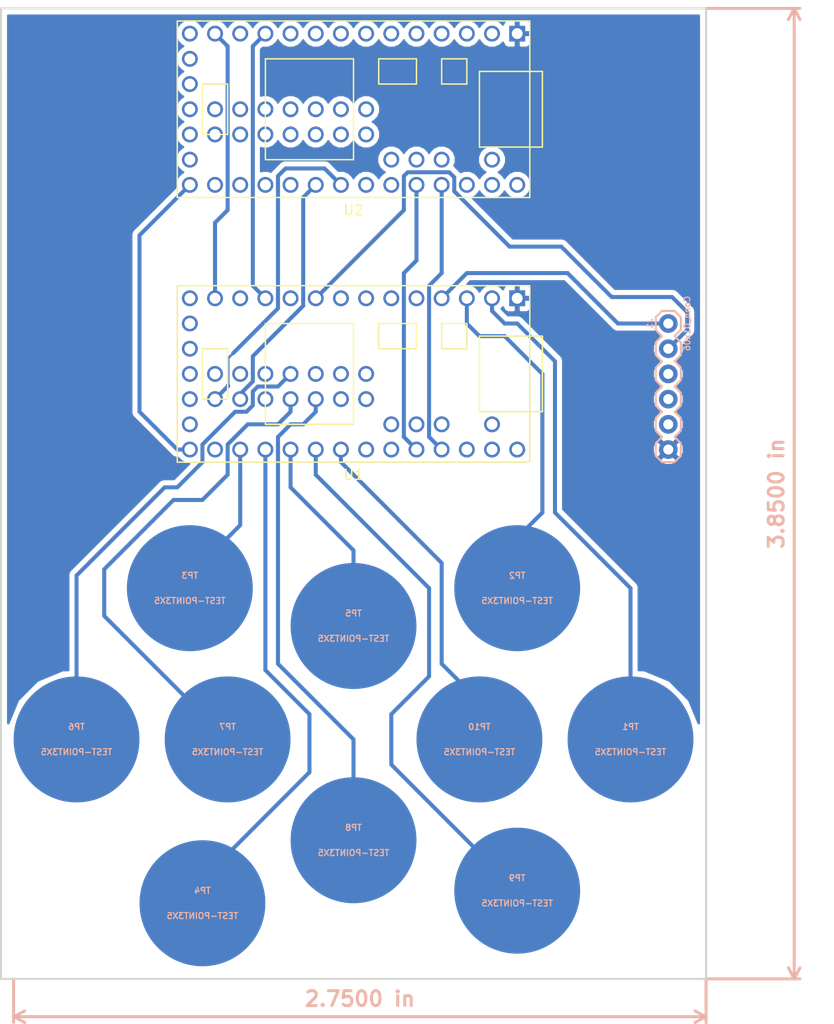
<source format=kicad_pcb>
(kicad_pcb (version 20171130) (host pcbnew "(5.0.0-3-g5ebb6b6)")

  (general
    (thickness 1.6)
    (drawings 10)
    (tracks 120)
    (zones 0)
    (modules 13)
    (nets 24)
  )

  (page A4)
  (layers
    (0 F.Cu signal)
    (31 B.Cu signal)
    (32 B.Adhes user)
    (33 F.Adhes user)
    (34 B.Paste user)
    (35 F.Paste user)
    (36 B.SilkS user)
    (37 F.SilkS user)
    (38 B.Mask user)
    (39 F.Mask user)
    (40 Dwgs.User user)
    (41 Cmts.User user)
    (42 Eco1.User user)
    (43 Eco2.User user)
    (44 Edge.Cuts user)
    (45 Margin user)
    (46 B.CrtYd user)
    (47 F.CrtYd user)
    (48 B.Fab user)
    (49 F.Fab user)
  )

  (setup
    (last_trace_width 0.25)
    (user_trace_width 0.406)
    (user_trace_width 0.508)
    (user_trace_width 0.635)
    (trace_clearance 0.2)
    (zone_clearance 0.508)
    (zone_45_only no)
    (trace_min 0.2)
    (segment_width 0.2)
    (edge_width 0.15)
    (via_size 0.8)
    (via_drill 0.4)
    (via_min_size 0.4)
    (via_min_drill 0.3)
    (uvia_size 0.3)
    (uvia_drill 0.1)
    (uvias_allowed no)
    (uvia_min_size 0.2)
    (uvia_min_drill 0.1)
    (pcb_text_width 0.3)
    (pcb_text_size 1.5 1.5)
    (mod_edge_width 0.15)
    (mod_text_size 1 1)
    (mod_text_width 0.15)
    (pad_size 12.7 12.7)
    (pad_drill 0)
    (pad_to_mask_clearance 0.2)
    (aux_axis_origin 0 0)
    (visible_elements FFFFFF7F)
    (pcbplotparams
      (layerselection 0x01000_ffffffff)
      (usegerberextensions false)
      (usegerberattributes false)
      (usegerberadvancedattributes false)
      (creategerberjobfile false)
      (excludeedgelayer true)
      (linewidth 0.100000)
      (plotframeref false)
      (viasonmask false)
      (mode 1)
      (useauxorigin false)
      (hpglpennumber 1)
      (hpglpenspeed 20)
      (hpglpendiameter 15.000000)
      (psnegative false)
      (psa4output false)
      (plotreference false)
      (plotvalue false)
      (plotinvisibletext false)
      (padsonsilk true)
      (subtractmaskfromsilk false)
      (outputformat 1)
      (mirror false)
      (drillshape 0)
      (scaleselection 1)
      (outputdirectory "GEBRS_MILLABLE/"))
  )

  (net 0 "")
  (net 1 OLED_RST)
  (net 2 OLED_MOSI)
  (net 3 OLED_SCK)
  (net 4 OLED_CS)
  (net 5 OLED_DC)
  (net 6 GND)
  (net 7 TOUCH_0)
  (net 8 TOUCH_1)
  (net 9 TOUCH_2)
  (net 10 TOUCH_3)
  (net 11 TOUCH_4)
  (net 12 TOUCH_5)
  (net 13 TOUCH_6)
  (net 14 TOUCH_7)
  (net 15 TOUCH_8)
  (net 16 TOUCH_9)
  (net 17 AUDIO_DOUT)
  (net 18 AUDIO_DIN)
  (net 19 AUDIO_LRCLK)
  (net 20 AUDIO_MCLK)
  (net 21 AUDIO_BCLK)
  (net 22 SCL1)
  (net 23 SDA1)

  (net_class Default "This is the default net class."
    (clearance 0.2)
    (trace_width 0.25)
    (via_dia 0.8)
    (via_drill 0.4)
    (uvia_dia 0.3)
    (uvia_drill 0.1)
    (add_net AUDIO_BCLK)
    (add_net AUDIO_DIN)
    (add_net AUDIO_DOUT)
    (add_net AUDIO_LRCLK)
    (add_net AUDIO_MCLK)
    (add_net GND)
    (add_net OLED_CS)
    (add_net OLED_DC)
    (add_net OLED_MOSI)
    (add_net OLED_RST)
    (add_net OLED_SCK)
    (add_net SCL1)
    (add_net SDA1)
    (add_net TOUCH_0)
    (add_net TOUCH_1)
    (add_net TOUCH_2)
    (add_net TOUCH_3)
    (add_net TOUCH_4)
    (add_net TOUCH_5)
    (add_net TOUCH_6)
    (add_net TOUCH_7)
    (add_net TOUCH_8)
    (add_net TOUCH_9)
  )

  (module Connectors:PAD.LARGE (layer B.Cu) (tedit 5BA54960) (tstamp 5BA55A19)
    (at 180.34 123.19 180)
    (descr "ELECTRICALLY CONDUCTIVE PAD 0.05\" CIRCLE")
    (tags "ELECTRICALLY CONDUCTIVE PAD 0.05\" CIRCLE")
    (path /5BAA22BE)
    (attr smd)
    (fp_text reference TP8 (at 0 1.27 180) (layer B.SilkS)
      (effects (font (size 0.6096 0.6096) (thickness 0.127)) (justify mirror))
    )
    (fp_text value TEST-POINT3X5 (at 0 -1.27 180) (layer B.SilkS)
      (effects (font (size 0.6096 0.6096) (thickness 0.127)) (justify mirror))
    )
    (pad P$1 smd circle (at 0 0 180) (size 12.7 12.7) (layers B.Cu B.Paste B.Mask)
      (net 14 TOUCH_7) (solder_mask_margin 0.1016))
  )

  (module Connectors:PAD.LARGE (layer B.Cu) (tedit 5BA54960) (tstamp 5BA5595C)
    (at 196.85 97.79 180)
    (descr "ELECTRICALLY CONDUCTIVE PAD 0.05\" CIRCLE")
    (tags "ELECTRICALLY CONDUCTIVE PAD 0.05\" CIRCLE")
    (path /5BAA21C2)
    (attr smd)
    (fp_text reference TP2 (at 0 1.27 180) (layer B.SilkS)
      (effects (font (size 0.6096 0.6096) (thickness 0.127)) (justify mirror))
    )
    (fp_text value TEST-POINT3X5 (at 0 -1.27 180) (layer B.SilkS)
      (effects (font (size 0.6096 0.6096) (thickness 0.127)) (justify mirror))
    )
    (pad P$1 smd circle (at 0 0 180) (size 12.7 12.7) (layers B.Cu B.Paste B.Mask)
      (net 8 TOUCH_1) (solder_mask_margin 0.1016))
  )

  (module Connectors:1X06 (layer B.Cu) (tedit 5963D43D) (tstamp 5BA5599F)
    (at 212.09 71.12 270)
    (descr "PLATED THROUGH HOLE - 6 PIN")
    (tags "PLATED THROUGH HOLE - 6 PIN")
    (path /5BA74BB7)
    (attr virtual)
    (fp_text reference J1 (at 0 1.905 270) (layer B.SilkS)
      (effects (font (size 0.6096 0.6096) (thickness 0.127)) (justify mirror))
    )
    (fp_text value Conn_01x06 (at 0 -1.905 270) (layer B.SilkS)
      (effects (font (size 0.6096 0.6096) (thickness 0.127)) (justify mirror))
    )
    (fp_line (start 13.97 0.635) (end 13.97 -0.635) (layer B.SilkS) (width 0.2032))
    (fp_line (start 0.635 -1.27) (end -0.635 -1.27) (layer B.SilkS) (width 0.2032))
    (fp_line (start -1.27 -0.635) (end -0.635 -1.27) (layer B.SilkS) (width 0.2032))
    (fp_line (start -0.635 1.27) (end -1.27 0.635) (layer B.SilkS) (width 0.2032))
    (fp_line (start -1.27 0.635) (end -1.27 -0.635) (layer B.SilkS) (width 0.2032))
    (fp_line (start 1.905 -1.27) (end 1.27 -0.635) (layer B.SilkS) (width 0.2032))
    (fp_line (start 3.175 -1.27) (end 1.905 -1.27) (layer B.SilkS) (width 0.2032))
    (fp_line (start 3.81 -0.635) (end 3.175 -1.27) (layer B.SilkS) (width 0.2032))
    (fp_line (start 3.175 1.27) (end 3.81 0.635) (layer B.SilkS) (width 0.2032))
    (fp_line (start 1.905 1.27) (end 3.175 1.27) (layer B.SilkS) (width 0.2032))
    (fp_line (start 1.27 0.635) (end 1.905 1.27) (layer B.SilkS) (width 0.2032))
    (fp_line (start 1.27 -0.635) (end 0.635 -1.27) (layer B.SilkS) (width 0.2032))
    (fp_line (start 0.635 1.27) (end 1.27 0.635) (layer B.SilkS) (width 0.2032))
    (fp_line (start -0.635 1.27) (end 0.635 1.27) (layer B.SilkS) (width 0.2032))
    (fp_line (start 8.255 -1.27) (end 6.985 -1.27) (layer B.SilkS) (width 0.2032))
    (fp_line (start 6.35 -0.635) (end 6.985 -1.27) (layer B.SilkS) (width 0.2032))
    (fp_line (start 6.985 1.27) (end 6.35 0.635) (layer B.SilkS) (width 0.2032))
    (fp_line (start 4.445 -1.27) (end 3.81 -0.635) (layer B.SilkS) (width 0.2032))
    (fp_line (start 5.715 -1.27) (end 4.445 -1.27) (layer B.SilkS) (width 0.2032))
    (fp_line (start 6.35 -0.635) (end 5.715 -1.27) (layer B.SilkS) (width 0.2032))
    (fp_line (start 5.715 1.27) (end 6.35 0.635) (layer B.SilkS) (width 0.2032))
    (fp_line (start 4.445 1.27) (end 5.715 1.27) (layer B.SilkS) (width 0.2032))
    (fp_line (start 3.81 0.635) (end 4.445 1.27) (layer B.SilkS) (width 0.2032))
    (fp_line (start 9.525 -1.27) (end 8.89 -0.635) (layer B.SilkS) (width 0.2032))
    (fp_line (start 10.795 -1.27) (end 9.525 -1.27) (layer B.SilkS) (width 0.2032))
    (fp_line (start 11.43 -0.635) (end 10.795 -1.27) (layer B.SilkS) (width 0.2032))
    (fp_line (start 10.795 1.27) (end 11.43 0.635) (layer B.SilkS) (width 0.2032))
    (fp_line (start 9.525 1.27) (end 10.795 1.27) (layer B.SilkS) (width 0.2032))
    (fp_line (start 8.89 0.635) (end 9.525 1.27) (layer B.SilkS) (width 0.2032))
    (fp_line (start 8.89 -0.635) (end 8.255 -1.27) (layer B.SilkS) (width 0.2032))
    (fp_line (start 8.255 1.27) (end 8.89 0.635) (layer B.SilkS) (width 0.2032))
    (fp_line (start 6.985 1.27) (end 8.255 1.27) (layer B.SilkS) (width 0.2032))
    (fp_line (start 12.065 -1.27) (end 11.43 -0.635) (layer B.SilkS) (width 0.2032))
    (fp_line (start 13.335 -1.27) (end 12.065 -1.27) (layer B.SilkS) (width 0.2032))
    (fp_line (start 13.97 -0.635) (end 13.335 -1.27) (layer B.SilkS) (width 0.2032))
    (fp_line (start 13.335 1.27) (end 13.97 0.635) (layer B.SilkS) (width 0.2032))
    (fp_line (start 12.065 1.27) (end 13.335 1.27) (layer B.SilkS) (width 0.2032))
    (fp_line (start 11.43 0.635) (end 12.065 1.27) (layer B.SilkS) (width 0.2032))
    (pad 6 thru_hole circle (at 12.7 0 270) (size 1.8796 1.8796) (drill 1.016) (layers *.Cu *.Mask)
      (net 6 GND) (solder_mask_margin 0.1016))
    (pad 5 thru_hole circle (at 10.16 0 270) (size 1.8796 1.8796) (drill 1.016) (layers *.Cu *.Mask)
      (net 5 OLED_DC) (solder_mask_margin 0.1016))
    (pad 4 thru_hole circle (at 7.62 0 270) (size 1.8796 1.8796) (drill 1.016) (layers *.Cu *.Mask)
      (net 4 OLED_CS) (solder_mask_margin 0.1016))
    (pad 3 thru_hole circle (at 5.08 0 270) (size 1.8796 1.8796) (drill 1.016) (layers *.Cu *.Mask)
      (net 3 OLED_SCK) (solder_mask_margin 0.1016))
    (pad 2 thru_hole circle (at 2.54 0 270) (size 1.8796 1.8796) (drill 1.016) (layers *.Cu *.Mask)
      (net 2 OLED_MOSI) (solder_mask_margin 0.1016))
    (pad 1 thru_hole circle (at 0 0 270) (size 1.8796 1.8796) (drill 1.016) (layers *.Cu *.Mask)
      (net 1 OLED_RST) (solder_mask_margin 0.1016))
  )

  (module MeowWolf_Templates:TEENSY_3.1-3.2_FULL_PINS (layer F.Cu) (tedit 5BA48A7F) (tstamp 5BA558B8)
    (at 180.34 76.2 180)
    (path /5BA49460)
    (fp_text reference U1 (at 0 -10.16 180) (layer F.SilkS)
      (effects (font (size 1 1) (thickness 0.15)))
    )
    (fp_text value TEENSY_3.2_FULL_PINS (at 0 10.16 180) (layer F.Fab)
      (effects (font (size 1 1) (thickness 0.15)))
    )
    (fp_line (start -17.78 8.89) (end -17.78 -8.89) (layer F.SilkS) (width 0.15))
    (fp_line (start 17.78 8.89) (end -17.78 8.89) (layer F.SilkS) (width 0.15))
    (fp_line (start 17.78 -8.89) (end 17.78 8.89) (layer F.SilkS) (width 0.15))
    (fp_line (start -17.78 -8.89) (end 17.78 -8.89) (layer F.SilkS) (width 0.15))
    (fp_line (start 8.89 5.08) (end 0 5.08) (layer F.SilkS) (width 0.15))
    (fp_line (start 8.89 -5.08) (end 0 -5.08) (layer F.SilkS) (width 0.15))
    (fp_line (start 0 -5.08) (end 0 5.08) (layer F.SilkS) (width 0.15))
    (fp_line (start 8.89 5.08) (end 8.89 -5.08) (layer F.SilkS) (width 0.15))
    (fp_line (start 12.7 -2.54) (end 15.24 -2.54) (layer F.SilkS) (width 0.15))
    (fp_line (start 12.7 2.54) (end 12.7 -2.54) (layer F.SilkS) (width 0.15))
    (fp_line (start 15.24 2.54) (end 12.7 2.54) (layer F.SilkS) (width 0.15))
    (fp_line (start 15.24 -2.54) (end 15.24 2.54) (layer F.SilkS) (width 0.15))
    (fp_line (start -11.43 2.54) (end -11.43 5.08) (layer F.SilkS) (width 0.15))
    (fp_line (start -8.89 2.54) (end -11.43 2.54) (layer F.SilkS) (width 0.15))
    (fp_line (start -8.89 5.08) (end -8.89 2.54) (layer F.SilkS) (width 0.15))
    (fp_line (start -11.43 5.08) (end -8.89 5.08) (layer F.SilkS) (width 0.15))
    (fp_line (start -12.7 3.81) (end -17.78 3.81) (layer F.SilkS) (width 0.15))
    (fp_line (start -12.7 -3.81) (end -17.78 -3.81) (layer F.SilkS) (width 0.15))
    (fp_line (start -12.7 3.81) (end -12.7 -3.81) (layer F.SilkS) (width 0.15))
    (fp_line (start -6.35 2.54) (end -6.35 5.08) (layer F.SilkS) (width 0.15))
    (fp_line (start -2.54 2.54) (end -6.35 2.54) (layer F.SilkS) (width 0.15))
    (fp_line (start -2.54 5.08) (end -2.54 2.54) (layer F.SilkS) (width 0.15))
    (fp_line (start -6.35 5.08) (end -2.54 5.08) (layer F.SilkS) (width 0.15))
    (fp_line (start -19.05 -3.81) (end -17.78 -3.81) (layer F.SilkS) (width 0.15))
    (fp_line (start -19.05 3.81) (end -19.05 -3.81) (layer F.SilkS) (width 0.15))
    (fp_line (start -17.78 3.81) (end -19.05 3.81) (layer F.SilkS) (width 0.15))
    (pad 51 thru_hole circle (at -1.27 -2.54 180) (size 1.6 1.6) (drill 1.1) (layers *.Cu *.Mask))
    (pad 50 thru_hole circle (at 1.27 -2.54 180) (size 1.6 1.6) (drill 1.1) (layers *.Cu *.Mask))
    (pad 49 thru_hole circle (at 3.81 -2.54 180) (size 1.6 1.6) (drill 1.1) (layers *.Cu *.Mask)
      (net 14 TOUCH_7))
    (pad 48 thru_hole circle (at 6.35 -2.54 180) (size 1.6 1.6) (drill 1.1) (layers *.Cu *.Mask)
      (net 13 TOUCH_6))
    (pad 47 thru_hole circle (at 8.89 -2.54 180) (size 1.6 1.6) (drill 1.1) (layers *.Cu *.Mask))
    (pad 46 thru_hole circle (at 11.43 -2.54 180) (size 1.6 1.6) (drill 1.1) (layers *.Cu *.Mask)
      (net 23 SDA1))
    (pad 45 thru_hole circle (at 13.97 -2.54 180) (size 1.6 1.6) (drill 1.1) (layers *.Cu *.Mask)
      (net 22 SCL1))
    (pad 44 thru_hole circle (at 13.97 0 180) (size 1.6 1.6) (drill 1.1) (layers *.Cu *.Mask))
    (pad 43 thru_hole circle (at 11.43 0 180) (size 1.6 1.6) (drill 1.1) (layers *.Cu *.Mask))
    (pad 42 thru_hole circle (at 8.89 0 180) (size 1.6 1.6) (drill 1.1) (layers *.Cu *.Mask))
    (pad 41 thru_hole circle (at 6.35 0 180) (size 1.6 1.6) (drill 1.1) (layers *.Cu *.Mask)
      (net 12 TOUCH_5))
    (pad 40 thru_hole circle (at 3.81 0 180) (size 1.6 1.6) (drill 1.1) (layers *.Cu *.Mask))
    (pad 39 thru_hole circle (at 1.27 0 180) (size 1.6 1.6) (drill 1.1) (layers *.Cu *.Mask))
    (pad 38 thru_hole circle (at -1.27 0 180) (size 1.6 1.6) (drill 1.1) (layers *.Cu *.Mask))
    (pad 1 thru_hole rect (at -16.51 7.62 180) (size 1.6 1.6) (drill 1.1) (layers *.Cu *.Mask)
      (net 6 GND))
    (pad 2 thru_hole circle (at -13.97 7.62 180) (size 1.6 1.6) (drill 1.1) (layers *.Cu *.Mask)
      (net 7 TOUCH_0))
    (pad 3 thru_hole circle (at -11.43 7.62 180) (size 1.6 1.6) (drill 1.1) (layers *.Cu *.Mask)
      (net 8 TOUCH_1))
    (pad 4 thru_hole circle (at -8.89 7.62 180) (size 1.6 1.6) (drill 1.1) (layers *.Cu *.Mask)
      (net 1 OLED_RST))
    (pad 5 thru_hole circle (at -6.35 7.62 180) (size 1.6 1.6) (drill 1.1) (layers *.Cu *.Mask))
    (pad 6 thru_hole circle (at -3.81 7.62 180) (size 1.6 1.6) (drill 1.1) (layers *.Cu *.Mask))
    (pad 7 thru_hole circle (at -1.27 7.62 180) (size 1.6 1.6) (drill 1.1) (layers *.Cu *.Mask))
    (pad 8 thru_hole circle (at 1.27 7.62 180) (size 1.6 1.6) (drill 1.1) (layers *.Cu *.Mask))
    (pad 9 thru_hole circle (at 3.81 7.62 180) (size 1.6 1.6) (drill 1.1) (layers *.Cu *.Mask)
      (net 2 OLED_MOSI))
    (pad 10 thru_hole circle (at 6.35 7.62 180) (size 1.6 1.6) (drill 1.1) (layers *.Cu *.Mask))
    (pad 11 thru_hole circle (at 8.89 7.62 180) (size 1.6 1.6) (drill 1.1) (layers *.Cu *.Mask)
      (net 21 AUDIO_BCLK))
    (pad 12 thru_hole circle (at 11.43 7.62 180) (size 1.6 1.6) (drill 1.1) (layers *.Cu *.Mask))
    (pad 13 thru_hole circle (at 13.97 7.62 180) (size 1.6 1.6) (drill 1.1) (layers *.Cu *.Mask)
      (net 20 AUDIO_MCLK))
    (pad 37 thru_hole circle (at -3.81 -5.08 180) (size 1.6 1.6) (drill 1.1) (layers *.Cu *.Mask))
    (pad 36 thru_hole circle (at -6.35 -5.08 180) (size 1.6 1.6) (drill 1.1) (layers *.Cu *.Mask))
    (pad 35 thru_hole circle (at -8.89 -5.08 180) (size 1.6 1.6) (drill 1.1) (layers *.Cu *.Mask))
    (pad 34 thru_hole circle (at -13.97 -5.08 180) (size 1.6 1.6) (drill 1.1) (layers *.Cu *.Mask))
    (pad 33 thru_hole circle (at -16.51 -7.62 180) (size 1.6 1.6) (drill 1.1) (layers *.Cu *.Mask))
    (pad 32 thru_hole circle (at -13.97 -7.62 180) (size 1.6 1.6) (drill 1.1) (layers *.Cu *.Mask))
    (pad 31 thru_hole circle (at -11.43 -7.62 180) (size 1.6 1.6) (drill 1.1) (layers *.Cu *.Mask))
    (pad 30 thru_hole circle (at -8.89 -7.62 180) (size 1.6 1.6) (drill 1.1) (layers *.Cu *.Mask)
      (net 19 AUDIO_LRCLK))
    (pad 29 thru_hole circle (at -6.35 -7.62 180) (size 1.6 1.6) (drill 1.1) (layers *.Cu *.Mask)
      (net 18 AUDIO_DIN))
    (pad 28 thru_hole circle (at -3.81 -7.62 180) (size 1.6 1.6) (drill 1.1) (layers *.Cu *.Mask)
      (net 5 OLED_DC))
    (pad 27 thru_hole circle (at -1.27 -7.62 180) (size 1.6 1.6) (drill 1.1) (layers *.Cu *.Mask)
      (net 4 OLED_CS))
    (pad 26 thru_hole circle (at 1.27 -7.62 180) (size 1.6 1.6) (drill 1.1) (layers *.Cu *.Mask)
      (net 16 TOUCH_9))
    (pad 25 thru_hole circle (at 3.81 -7.62 180) (size 1.6 1.6) (drill 1.1) (layers *.Cu *.Mask)
      (net 15 TOUCH_8))
    (pad 24 thru_hole circle (at 6.35 -7.62 180) (size 1.6 1.6) (drill 1.1) (layers *.Cu *.Mask)
      (net 11 TOUCH_4))
    (pad 23 thru_hole circle (at 8.89 -7.62 180) (size 1.6 1.6) (drill 1.1) (layers *.Cu *.Mask)
      (net 10 TOUCH_3))
    (pad 22 thru_hole circle (at 11.43 -7.62 180) (size 1.6 1.6) (drill 1.1) (layers *.Cu *.Mask)
      (net 9 TOUCH_2))
    (pad 21 thru_hole circle (at 13.97 -7.62 180) (size 1.6 1.6) (drill 1.1) (layers *.Cu *.Mask)
      (net 3 OLED_SCK))
    (pad 14 thru_hole circle (at 16.51 7.62 180) (size 1.6 1.6) (drill 1.1) (layers *.Cu *.Mask))
    (pad 15 thru_hole circle (at 16.51 5.08 180) (size 1.6 1.6) (drill 1.1) (layers *.Cu *.Mask))
    (pad 16 thru_hole circle (at 16.51 2.54 180) (size 1.6 1.6) (drill 1.1) (layers *.Cu *.Mask))
    (pad 20 thru_hole circle (at 16.51 -7.62 180) (size 1.6 1.6) (drill 1.1) (layers *.Cu *.Mask)
      (net 17 AUDIO_DOUT))
    (pad 19 thru_hole circle (at 16.51 -5.08 180) (size 1.6 1.6) (drill 1.1) (layers *.Cu *.Mask))
    (pad 18 thru_hole circle (at 16.51 -2.54 180) (size 1.6 1.6) (drill 1.1) (layers *.Cu *.Mask))
    (pad 17 thru_hole circle (at 16.51 0 180) (size 1.6 1.6) (drill 1.1) (layers *.Cu *.Mask))
  )

  (module MeowWolf_Templates:TEENSY_3.1-3.2_FULL_PINS (layer F.Cu) (tedit 5BA48A7F) (tstamp 5BA55A7D)
    (at 180.34 49.53 180)
    (path /5BA545A6)
    (fp_text reference U2 (at 0 -10.16 180) (layer F.SilkS)
      (effects (font (size 1 1) (thickness 0.15)))
    )
    (fp_text value Audio_Shield (at 0 10.16 180) (layer F.Fab)
      (effects (font (size 1 1) (thickness 0.15)))
    )
    (fp_line (start -17.78 8.89) (end -17.78 -8.89) (layer F.SilkS) (width 0.15))
    (fp_line (start 17.78 8.89) (end -17.78 8.89) (layer F.SilkS) (width 0.15))
    (fp_line (start 17.78 -8.89) (end 17.78 8.89) (layer F.SilkS) (width 0.15))
    (fp_line (start -17.78 -8.89) (end 17.78 -8.89) (layer F.SilkS) (width 0.15))
    (fp_line (start 8.89 5.08) (end 0 5.08) (layer F.SilkS) (width 0.15))
    (fp_line (start 8.89 -5.08) (end 0 -5.08) (layer F.SilkS) (width 0.15))
    (fp_line (start 0 -5.08) (end 0 5.08) (layer F.SilkS) (width 0.15))
    (fp_line (start 8.89 5.08) (end 8.89 -5.08) (layer F.SilkS) (width 0.15))
    (fp_line (start 12.7 -2.54) (end 15.24 -2.54) (layer F.SilkS) (width 0.15))
    (fp_line (start 12.7 2.54) (end 12.7 -2.54) (layer F.SilkS) (width 0.15))
    (fp_line (start 15.24 2.54) (end 12.7 2.54) (layer F.SilkS) (width 0.15))
    (fp_line (start 15.24 -2.54) (end 15.24 2.54) (layer F.SilkS) (width 0.15))
    (fp_line (start -11.43 2.54) (end -11.43 5.08) (layer F.SilkS) (width 0.15))
    (fp_line (start -8.89 2.54) (end -11.43 2.54) (layer F.SilkS) (width 0.15))
    (fp_line (start -8.89 5.08) (end -8.89 2.54) (layer F.SilkS) (width 0.15))
    (fp_line (start -11.43 5.08) (end -8.89 5.08) (layer F.SilkS) (width 0.15))
    (fp_line (start -12.7 3.81) (end -17.78 3.81) (layer F.SilkS) (width 0.15))
    (fp_line (start -12.7 -3.81) (end -17.78 -3.81) (layer F.SilkS) (width 0.15))
    (fp_line (start -12.7 3.81) (end -12.7 -3.81) (layer F.SilkS) (width 0.15))
    (fp_line (start -6.35 2.54) (end -6.35 5.08) (layer F.SilkS) (width 0.15))
    (fp_line (start -2.54 2.54) (end -6.35 2.54) (layer F.SilkS) (width 0.15))
    (fp_line (start -2.54 5.08) (end -2.54 2.54) (layer F.SilkS) (width 0.15))
    (fp_line (start -6.35 5.08) (end -2.54 5.08) (layer F.SilkS) (width 0.15))
    (fp_line (start -19.05 -3.81) (end -17.78 -3.81) (layer F.SilkS) (width 0.15))
    (fp_line (start -19.05 3.81) (end -19.05 -3.81) (layer F.SilkS) (width 0.15))
    (fp_line (start -17.78 3.81) (end -19.05 3.81) (layer F.SilkS) (width 0.15))
    (pad 51 thru_hole circle (at -1.27 -2.54 180) (size 1.6 1.6) (drill 1.1) (layers *.Cu *.Mask))
    (pad 50 thru_hole circle (at 1.27 -2.54 180) (size 1.6 1.6) (drill 1.1) (layers *.Cu *.Mask))
    (pad 49 thru_hole circle (at 3.81 -2.54 180) (size 1.6 1.6) (drill 1.1) (layers *.Cu *.Mask))
    (pad 48 thru_hole circle (at 6.35 -2.54 180) (size 1.6 1.6) (drill 1.1) (layers *.Cu *.Mask))
    (pad 47 thru_hole circle (at 8.89 -2.54 180) (size 1.6 1.6) (drill 1.1) (layers *.Cu *.Mask))
    (pad 46 thru_hole circle (at 11.43 -2.54 180) (size 1.6 1.6) (drill 1.1) (layers *.Cu *.Mask))
    (pad 45 thru_hole circle (at 13.97 -2.54 180) (size 1.6 1.6) (drill 1.1) (layers *.Cu *.Mask))
    (pad 44 thru_hole circle (at 13.97 0 180) (size 1.6 1.6) (drill 1.1) (layers *.Cu *.Mask))
    (pad 43 thru_hole circle (at 11.43 0 180) (size 1.6 1.6) (drill 1.1) (layers *.Cu *.Mask))
    (pad 42 thru_hole circle (at 8.89 0 180) (size 1.6 1.6) (drill 1.1) (layers *.Cu *.Mask))
    (pad 41 thru_hole circle (at 6.35 0 180) (size 1.6 1.6) (drill 1.1) (layers *.Cu *.Mask))
    (pad 40 thru_hole circle (at 3.81 0 180) (size 1.6 1.6) (drill 1.1) (layers *.Cu *.Mask))
    (pad 39 thru_hole circle (at 1.27 0 180) (size 1.6 1.6) (drill 1.1) (layers *.Cu *.Mask))
    (pad 38 thru_hole circle (at -1.27 0 180) (size 1.6 1.6) (drill 1.1) (layers *.Cu *.Mask))
    (pad 1 thru_hole rect (at -16.51 7.62 180) (size 1.6 1.6) (drill 1.1) (layers *.Cu *.Mask)
      (net 6 GND))
    (pad 2 thru_hole circle (at -13.97 7.62 180) (size 1.6 1.6) (drill 1.1) (layers *.Cu *.Mask))
    (pad 3 thru_hole circle (at -11.43 7.62 180) (size 1.6 1.6) (drill 1.1) (layers *.Cu *.Mask))
    (pad 4 thru_hole circle (at -8.89 7.62 180) (size 1.6 1.6) (drill 1.1) (layers *.Cu *.Mask))
    (pad 5 thru_hole circle (at -6.35 7.62 180) (size 1.6 1.6) (drill 1.1) (layers *.Cu *.Mask))
    (pad 6 thru_hole circle (at -3.81 7.62 180) (size 1.6 1.6) (drill 1.1) (layers *.Cu *.Mask))
    (pad 7 thru_hole circle (at -1.27 7.62 180) (size 1.6 1.6) (drill 1.1) (layers *.Cu *.Mask))
    (pad 8 thru_hole circle (at 1.27 7.62 180) (size 1.6 1.6) (drill 1.1) (layers *.Cu *.Mask))
    (pad 9 thru_hole circle (at 3.81 7.62 180) (size 1.6 1.6) (drill 1.1) (layers *.Cu *.Mask))
    (pad 10 thru_hole circle (at 6.35 7.62 180) (size 1.6 1.6) (drill 1.1) (layers *.Cu *.Mask))
    (pad 11 thru_hole circle (at 8.89 7.62 180) (size 1.6 1.6) (drill 1.1) (layers *.Cu *.Mask)
      (net 21 AUDIO_BCLK))
    (pad 12 thru_hole circle (at 11.43 7.62 180) (size 1.6 1.6) (drill 1.1) (layers *.Cu *.Mask))
    (pad 13 thru_hole circle (at 13.97 7.62 180) (size 1.6 1.6) (drill 1.1) (layers *.Cu *.Mask)
      (net 20 AUDIO_MCLK))
    (pad 37 thru_hole circle (at -3.81 -5.08 180) (size 1.6 1.6) (drill 1.1) (layers *.Cu *.Mask))
    (pad 36 thru_hole circle (at -6.35 -5.08 180) (size 1.6 1.6) (drill 1.1) (layers *.Cu *.Mask))
    (pad 35 thru_hole circle (at -8.89 -5.08 180) (size 1.6 1.6) (drill 1.1) (layers *.Cu *.Mask))
    (pad 34 thru_hole circle (at -13.97 -5.08 180) (size 1.6 1.6) (drill 1.1) (layers *.Cu *.Mask))
    (pad 33 thru_hole circle (at -16.51 -7.62 180) (size 1.6 1.6) (drill 1.1) (layers *.Cu *.Mask))
    (pad 32 thru_hole circle (at -13.97 -7.62 180) (size 1.6 1.6) (drill 1.1) (layers *.Cu *.Mask))
    (pad 31 thru_hole circle (at -11.43 -7.62 180) (size 1.6 1.6) (drill 1.1) (layers *.Cu *.Mask))
    (pad 30 thru_hole circle (at -8.89 -7.62 180) (size 1.6 1.6) (drill 1.1) (layers *.Cu *.Mask)
      (net 19 AUDIO_LRCLK))
    (pad 29 thru_hole circle (at -6.35 -7.62 180) (size 1.6 1.6) (drill 1.1) (layers *.Cu *.Mask)
      (net 18 AUDIO_DIN))
    (pad 28 thru_hole circle (at -3.81 -7.62 180) (size 1.6 1.6) (drill 1.1) (layers *.Cu *.Mask))
    (pad 27 thru_hole circle (at -1.27 -7.62 180) (size 1.6 1.6) (drill 1.1) (layers *.Cu *.Mask))
    (pad 26 thru_hole circle (at 1.27 -7.62 180) (size 1.6 1.6) (drill 1.1) (layers *.Cu *.Mask)
      (net 22 SCL1))
    (pad 25 thru_hole circle (at 3.81 -7.62 180) (size 1.6 1.6) (drill 1.1) (layers *.Cu *.Mask)
      (net 23 SDA1))
    (pad 24 thru_hole circle (at 6.35 -7.62 180) (size 1.6 1.6) (drill 1.1) (layers *.Cu *.Mask))
    (pad 23 thru_hole circle (at 8.89 -7.62 180) (size 1.6 1.6) (drill 1.1) (layers *.Cu *.Mask))
    (pad 22 thru_hole circle (at 11.43 -7.62 180) (size 1.6 1.6) (drill 1.1) (layers *.Cu *.Mask))
    (pad 21 thru_hole circle (at 13.97 -7.62 180) (size 1.6 1.6) (drill 1.1) (layers *.Cu *.Mask))
    (pad 14 thru_hole circle (at 16.51 7.62 180) (size 1.6 1.6) (drill 1.1) (layers *.Cu *.Mask))
    (pad 15 thru_hole circle (at 16.51 5.08 180) (size 1.6 1.6) (drill 1.1) (layers *.Cu *.Mask))
    (pad 16 thru_hole circle (at 16.51 2.54 180) (size 1.6 1.6) (drill 1.1) (layers *.Cu *.Mask))
    (pad 20 thru_hole circle (at 16.51 -7.62 180) (size 1.6 1.6) (drill 1.1) (layers *.Cu *.Mask)
      (net 17 AUDIO_DOUT))
    (pad 19 thru_hole circle (at 16.51 -5.08 180) (size 1.6 1.6) (drill 1.1) (layers *.Cu *.Mask))
    (pad 18 thru_hole circle (at 16.51 -2.54 180) (size 1.6 1.6) (drill 1.1) (layers *.Cu *.Mask))
    (pad 17 thru_hole circle (at 16.51 0 180) (size 1.6 1.6) (drill 1.1) (layers *.Cu *.Mask))
  )

  (module Connectors:PAD.LARGE (layer B.Cu) (tedit 5BA54960) (tstamp 5BA55A01)
    (at 208.28 113.03 180)
    (descr "ELECTRICALLY CONDUCTIVE PAD 0.05\" CIRCLE")
    (tags "ELECTRICALLY CONDUCTIVE PAD 0.05\" CIRCLE")
    (path /5BAA2102)
    (attr smd)
    (fp_text reference TP1 (at 0 1.27 180) (layer B.SilkS)
      (effects (font (size 0.6096 0.6096) (thickness 0.127)) (justify mirror))
    )
    (fp_text value TEST-POINT3X5 (at 0 -1.27 180) (layer B.SilkS)
      (effects (font (size 0.6096 0.6096) (thickness 0.127)) (justify mirror))
    )
    (pad P$1 smd circle (at 0 0 180) (size 12.7 12.7) (layers B.Cu B.Paste B.Mask)
      (net 7 TOUCH_0) (solder_mask_margin 0.1016))
  )

  (module Connectors:PAD.LARGE (layer B.Cu) (tedit 5BA54960) (tstamp 5BA55F31)
    (at 163.83 97.79 180)
    (descr "ELECTRICALLY CONDUCTIVE PAD 0.05\" CIRCLE")
    (tags "ELECTRICALLY CONDUCTIVE PAD 0.05\" CIRCLE")
    (path /5BAA21E0)
    (attr smd)
    (fp_text reference TP3 (at 0 1.27 180) (layer B.SilkS)
      (effects (font (size 0.6096 0.6096) (thickness 0.127)) (justify mirror))
    )
    (fp_text value TEST-POINT3X5 (at 0 -1.27 180) (layer B.SilkS)
      (effects (font (size 0.6096 0.6096) (thickness 0.127)) (justify mirror))
    )
    (pad P$1 smd circle (at 0 0 180) (size 12.7 12.7) (layers B.Cu B.Paste B.Mask)
      (net 9 TOUCH_2) (solder_mask_margin 0.1016))
  )

  (module Connectors:PAD.LARGE (layer B.Cu) (tedit 5BA54960) (tstamp 5BA55FEE)
    (at 165.1 129.54 180)
    (descr "ELECTRICALLY CONDUCTIVE PAD 0.05\" CIRCLE")
    (tags "ELECTRICALLY CONDUCTIVE PAD 0.05\" CIRCLE")
    (path /5BAA2200)
    (attr smd)
    (fp_text reference TP4 (at 0 1.27 180) (layer B.SilkS)
      (effects (font (size 0.6096 0.6096) (thickness 0.127)) (justify mirror))
    )
    (fp_text value TEST-POINT3X5 (at 0 -1.27 180) (layer B.SilkS)
      (effects (font (size 0.6096 0.6096) (thickness 0.127)) (justify mirror))
    )
    (pad P$1 smd circle (at 0 0 180) (size 12.7 12.7) (layers B.Cu B.Paste B.Mask)
      (net 10 TOUCH_3) (solder_mask_margin 0.1016))
  )

  (module Connectors:PAD.LARGE (layer B.Cu) (tedit 5BA54960) (tstamp 5BA55968)
    (at 180.34 101.6 180)
    (descr "ELECTRICALLY CONDUCTIVE PAD 0.05\" CIRCLE")
    (tags "ELECTRICALLY CONDUCTIVE PAD 0.05\" CIRCLE")
    (path /5BAA2220)
    (attr smd)
    (fp_text reference TP5 (at 0 1.27 180) (layer B.SilkS)
      (effects (font (size 0.6096 0.6096) (thickness 0.127)) (justify mirror))
    )
    (fp_text value TEST-POINT3X5 (at 0 -1.27 180) (layer B.SilkS)
      (effects (font (size 0.6096 0.6096) (thickness 0.127)) (justify mirror))
    )
    (pad P$1 smd circle (at 0 0 180) (size 12.7 12.7) (layers B.Cu B.Paste B.Mask)
      (net 11 TOUCH_4) (solder_mask_margin 0.1016))
  )

  (module Connectors:PAD.LARGE (layer B.Cu) (tedit 5BA54960) (tstamp 5BA560F9)
    (at 152.4 113.03 180)
    (descr "ELECTRICALLY CONDUCTIVE PAD 0.05\" CIRCLE")
    (tags "ELECTRICALLY CONDUCTIVE PAD 0.05\" CIRCLE")
    (path /5BAA22AE)
    (attr smd)
    (fp_text reference TP6 (at 0 1.27 180) (layer B.SilkS)
      (effects (font (size 0.6096 0.6096) (thickness 0.127)) (justify mirror))
    )
    (fp_text value TEST-POINT3X5 (at 0 -1.27 180) (layer B.SilkS)
      (effects (font (size 0.6096 0.6096) (thickness 0.127)) (justify mirror))
    )
    (pad P$1 smd circle (at 0 0 180) (size 12.7 12.7) (layers B.Cu B.Paste B.Mask)
      (net 12 TOUCH_5) (solder_mask_margin 0.1016))
  )

  (module Connectors:PAD.LARGE (layer B.Cu) (tedit 5BA54960) (tstamp 5BA55848)
    (at 167.64 113.03 180)
    (descr "ELECTRICALLY CONDUCTIVE PAD 0.05\" CIRCLE")
    (tags "ELECTRICALLY CONDUCTIVE PAD 0.05\" CIRCLE")
    (path /5BAA22B6)
    (attr smd)
    (fp_text reference TP7 (at 0 1.27 180) (layer B.SilkS)
      (effects (font (size 0.6096 0.6096) (thickness 0.127)) (justify mirror))
    )
    (fp_text value TEST-POINT3X5 (at 0 -1.27 180) (layer B.SilkS)
      (effects (font (size 0.6096 0.6096) (thickness 0.127)) (justify mirror))
    )
    (pad P$1 smd circle (at 0 0 180) (size 12.7 12.7) (layers B.Cu B.Paste B.Mask)
      (net 13 TOUCH_6) (solder_mask_margin 0.1016))
  )

  (module Connectors:PAD.LARGE (layer B.Cu) (tedit 5BA54960) (tstamp 5BA55854)
    (at 196.85 128.27 180)
    (descr "ELECTRICALLY CONDUCTIVE PAD 0.05\" CIRCLE")
    (tags "ELECTRICALLY CONDUCTIVE PAD 0.05\" CIRCLE")
    (path /5BAA22C6)
    (attr smd)
    (fp_text reference TP9 (at 0 1.27 180) (layer B.SilkS)
      (effects (font (size 0.6096 0.6096) (thickness 0.127)) (justify mirror))
    )
    (fp_text value TEST-POINT3X5 (at 0 -1.27 180) (layer B.SilkS)
      (effects (font (size 0.6096 0.6096) (thickness 0.127)) (justify mirror))
    )
    (pad P$1 smd circle (at 0 0 180) (size 12.7 12.7) (layers B.Cu B.Paste B.Mask)
      (net 15 TOUCH_8) (solder_mask_margin 0.1016))
  )

  (module Connectors:PAD.LARGE (layer B.Cu) (tedit 5BA54960) (tstamp 5BA55A25)
    (at 193.04 113.03 180)
    (descr "ELECTRICALLY CONDUCTIVE PAD 0.05\" CIRCLE")
    (tags "ELECTRICALLY CONDUCTIVE PAD 0.05\" CIRCLE")
    (path /5BAA22CE)
    (attr smd)
    (fp_text reference TP10 (at 0 1.27 180) (layer B.SilkS)
      (effects (font (size 0.6096 0.6096) (thickness 0.127)) (justify mirror))
    )
    (fp_text value TEST-POINT3X5 (at 0 -1.27 180) (layer B.SilkS)
      (effects (font (size 0.6096 0.6096) (thickness 0.127)) (justify mirror))
    )
    (pad P$1 smd circle (at 0 0 180) (size 12.7 12.7) (layers B.Cu B.Paste B.Mask)
      (net 16 TOUCH_9) (solder_mask_margin 0.1016))
  )

  (dimension 97.79 (width 0.3) (layer B.SilkS)
    (gr_text "3.8500 in" (at 226.89 88.265 270) (layer B.SilkS)
      (effects (font (size 1.5 1.5) (thickness 0.3)))
    )
    (feature1 (pts (xy 215.9 137.16) (xy 225.376421 137.16)))
    (feature2 (pts (xy 215.9 39.37) (xy 225.376421 39.37)))
    (crossbar (pts (xy 224.79 39.37) (xy 224.79 137.16)))
    (arrow1a (pts (xy 224.79 137.16) (xy 224.203579 136.033496)))
    (arrow1b (pts (xy 224.79 137.16) (xy 225.376421 136.033496)))
    (arrow2a (pts (xy 224.79 39.37) (xy 224.203579 40.496504)))
    (arrow2b (pts (xy 224.79 39.37) (xy 225.376421 40.496504)))
  )
  (dimension 69.85 (width 0.3) (layer B.SilkS)
    (gr_text "2.7500 in" (at 180.975 143.07) (layer B.SilkS)
      (effects (font (size 1.5 1.5) (thickness 0.3)))
    )
    (feature1 (pts (xy 215.9 137.16) (xy 215.9 141.556421)))
    (feature2 (pts (xy 146.05 137.16) (xy 146.05 141.556421)))
    (crossbar (pts (xy 146.05 140.97) (xy 215.9 140.97)))
    (arrow1a (pts (xy 215.9 140.97) (xy 214.773496 141.556421)))
    (arrow1b (pts (xy 215.9 140.97) (xy 214.773496 140.383579)))
    (arrow2a (pts (xy 146.05 140.97) (xy 147.176504 141.556421)))
    (arrow2b (pts (xy 146.05 140.97) (xy 147.176504 140.383579)))
  )
  (gr_line (start 156.21 39.37) (end 144.78 39.37) (layer Edge.Cuts) (width 0.2))
  (gr_line (start 144.78 45.72) (end 144.78 39.37) (layer Edge.Cuts) (width 0.2))
  (gr_line (start 144.78 114.3) (end 144.78 45.72) (layer Edge.Cuts) (width 0.2))
  (gr_line (start 215.9 39.37) (end 156.21 39.37) (layer Edge.Cuts) (width 0.2))
  (gr_line (start 215.9 66.04) (end 215.9 39.37) (layer Edge.Cuts) (width 0.2))
  (gr_line (start 215.9 137.16) (end 215.9 66.04) (layer Edge.Cuts) (width 0.2))
  (gr_line (start 144.78 137.16) (end 215.9 137.16) (layer Edge.Cuts) (width 0.2))
  (gr_line (start 144.78 114.3) (end 144.78 137.16) (layer Edge.Cuts) (width 0.2))

  (segment (start 189.23 68.58) (end 191.77 66.04) (width 0.406) (layer B.Cu) (net 1))
  (segment (start 191.77 66.04) (end 201.93 66.04) (width 0.406) (layer B.Cu) (net 1))
  (segment (start 207.01 71.12) (end 212.09 71.12) (width 0.406) (layer B.Cu) (net 1))
  (segment (start 201.93 66.04) (end 207.01 71.12) (width 0.406) (layer B.Cu) (net 1))
  (segment (start 177.329999 67.780001) (end 176.53 68.58) (width 0.406) (layer B.Cu) (net 2))
  (segment (start 185.42 56.261) (end 185.42 59.69) (width 0.406) (layer B.Cu) (net 2))
  (segment (start 185.801 55.88) (end 185.42 56.261) (width 0.406) (layer B.Cu) (net 2))
  (segment (start 213.995 71.755) (end 213.995 69.977) (width 0.406) (layer B.Cu) (net 2))
  (segment (start 189.992 55.88) (end 185.801 55.88) (width 0.406) (layer B.Cu) (net 2))
  (segment (start 196.07856 63.373) (end 190.5 57.79444) (width 0.406) (layer B.Cu) (net 2))
  (segment (start 190.5 56.388) (end 189.992 55.88) (width 0.406) (layer B.Cu) (net 2))
  (segment (start 206.375 68.453) (end 201.295 63.373) (width 0.406) (layer B.Cu) (net 2))
  (segment (start 190.5 57.79444) (end 190.5 56.388) (width 0.406) (layer B.Cu) (net 2))
  (segment (start 185.42 59.69) (end 177.329999 67.780001) (width 0.406) (layer B.Cu) (net 2))
  (segment (start 212.471 68.453) (end 206.375 68.453) (width 0.406) (layer B.Cu) (net 2))
  (segment (start 213.995 69.977) (end 212.471 68.453) (width 0.406) (layer B.Cu) (net 2))
  (segment (start 201.295 63.373) (end 196.07856 63.373) (width 0.406) (layer B.Cu) (net 2))
  (segment (start 212.09 73.66) (end 213.995 71.755) (width 0.406) (layer B.Cu) (net 2))
  (segment (start 208.28 97.79) (end 208.28 113.03) (width 0.406) (layer B.Cu) (net 7))
  (segment (start 200.66 90.17) (end 208.28 97.79) (width 0.406) (layer B.Cu) (net 7))
  (segment (start 200.66 74.93) (end 200.66 90.17) (width 0.406) (layer B.Cu) (net 7))
  (segment (start 195.58 71.12) (end 196.85 71.12) (width 0.406) (layer B.Cu) (net 7))
  (segment (start 194.31 69.85) (end 195.58 71.12) (width 0.406) (layer B.Cu) (net 7))
  (segment (start 196.85 71.12) (end 200.66 74.93) (width 0.406) (layer B.Cu) (net 7))
  (segment (start 194.31 68.58) (end 194.31 69.85) (width 0.406) (layer B.Cu) (net 7))
  (segment (start 196.85 92.71) (end 196.85 97.79) (width 0.406) (layer B.Cu) (net 8) (status 30))
  (segment (start 199.39 90.17) (end 196.85 92.71) (width 0.406) (layer B.Cu) (net 8) (status 20))
  (segment (start 193.04 72.39) (end 195.58 72.39) (width 0.406) (layer B.Cu) (net 8))
  (segment (start 191.77 71.12) (end 193.04 72.39) (width 0.406) (layer B.Cu) (net 8))
  (segment (start 199.39 76.2) (end 199.39 90.17) (width 0.406) (layer B.Cu) (net 8))
  (segment (start 195.58 72.39) (end 199.39 76.2) (width 0.406) (layer B.Cu) (net 8))
  (segment (start 191.77 68.58) (end 191.77 71.12) (width 0.406) (layer B.Cu) (net 8) (status 10))
  (segment (start 163.83 97.79) (end 163.83 96.52) (width 0.406) (layer B.Cu) (net 9) (status 30))
  (segment (start 168.91 91.44) (end 168.91 83.82) (width 0.406) (layer B.Cu) (net 9) (status 20))
  (segment (start 163.83 96.52) (end 168.91 91.44) (width 0.406) (layer B.Cu) (net 9) (status 10))
  (segment (start 175.895 116.332) (end 165.1 127.127) (width 0.406) (layer B.Cu) (net 10) (status 20))
  (segment (start 175.895 110.49) (end 175.895 116.332) (width 0.406) (layer B.Cu) (net 10))
  (segment (start 165.1 127.127) (end 165.1 129.54) (width 0.406) (layer B.Cu) (net 10) (status 30))
  (segment (start 171.45 106.045) (end 175.895 110.49) (width 0.406) (layer B.Cu) (net 10))
  (segment (start 171.45 83.82) (end 171.45 106.045) (width 0.406) (layer B.Cu) (net 10) (status 10))
  (segment (start 173.99 83.82) (end 173.99 87.63) (width 0.406) (layer B.Cu) (net 11) (status 10))
  (segment (start 173.99 87.63) (end 180.34 93.98) (width 0.406) (layer B.Cu) (net 11))
  (segment (start 180.34 93.98) (end 180.34 101.6) (width 0.406) (layer B.Cu) (net 11) (status 20))
  (segment (start 170.688 77.47) (end 172.72 77.47) (width 0.406) (layer B.Cu) (net 12))
  (segment (start 170.18 77.978) (end 170.688 77.47) (width 0.406) (layer B.Cu) (net 12))
  (segment (start 169.545 80.01) (end 170.18 79.375) (width 0.406) (layer B.Cu) (net 12))
  (segment (start 170.18 79.375) (end 170.18 77.978) (width 0.406) (layer B.Cu) (net 12))
  (segment (start 152.4 113.03) (end 152.4 96.52) (width 0.406) (layer B.Cu) (net 12))
  (segment (start 165.1 83.309558) (end 168.399558 80.01) (width 0.406) (layer B.Cu) (net 12))
  (segment (start 168.399558 80.01) (end 169.545 80.01) (width 0.406) (layer B.Cu) (net 12))
  (segment (start 162.56 87.63) (end 165.1 85.09) (width 0.406) (layer B.Cu) (net 12))
  (segment (start 165.1 85.09) (end 165.1 83.309558) (width 0.406) (layer B.Cu) (net 12))
  (segment (start 172.72 77.47) (end 173.99 76.2) (width 0.406) (layer B.Cu) (net 12))
  (segment (start 161.29 87.63) (end 162.56 87.63) (width 0.406) (layer B.Cu) (net 12))
  (segment (start 152.4 96.52) (end 161.29 87.63) (width 0.406) (layer B.Cu) (net 12))
  (segment (start 172.72 81.28) (end 173.99 80.01) (width 0.406) (layer B.Cu) (net 13))
  (segment (start 167.64 83.309558) (end 169.669558 81.28) (width 0.406) (layer B.Cu) (net 13))
  (segment (start 167.64 86.36) (end 167.64 83.309558) (width 0.406) (layer B.Cu) (net 13))
  (segment (start 162.179 88.9) (end 165.1 88.9) (width 0.406) (layer B.Cu) (net 13))
  (segment (start 169.669558 81.28) (end 172.72 81.28) (width 0.406) (layer B.Cu) (net 13))
  (segment (start 155.194 95.885) (end 162.179 88.9) (width 0.406) (layer B.Cu) (net 13))
  (segment (start 165.1 88.9) (end 167.64 86.36) (width 0.406) (layer B.Cu) (net 13))
  (segment (start 155.194 100.584) (end 155.194 95.885) (width 0.406) (layer B.Cu) (net 13))
  (segment (start 173.99 80.01) (end 173.99 78.74) (width 0.406) (layer B.Cu) (net 13))
  (segment (start 167.64 113.03) (end 155.194 100.584) (width 0.406) (layer B.Cu) (net 13))
  (segment (start 172.72 105.41) (end 180.34 113.03) (width 0.406) (layer B.Cu) (net 14))
  (segment (start 176.53 78.74) (end 176.53 80.01) (width 0.406) (layer B.Cu) (net 14) (status 10))
  (segment (start 172.72 82.55) (end 172.72 105.41) (width 0.406) (layer B.Cu) (net 14))
  (segment (start 173.99 81.28) (end 172.72 82.55) (width 0.406) (layer B.Cu) (net 14))
  (segment (start 175.26 81.28) (end 173.99 81.28) (width 0.406) (layer B.Cu) (net 14))
  (segment (start 176.53 80.01) (end 175.26 81.28) (width 0.406) (layer B.Cu) (net 14))
  (segment (start 180.34 113.03) (end 180.34 123.19) (width 0.406) (layer B.Cu) (net 14) (status 20))
  (segment (start 184.15 115.57) (end 196.85 128.27) (width 0.406) (layer B.Cu) (net 15) (status 20))
  (segment (start 176.53 83.82) (end 176.53 86.36) (width 0.406) (layer B.Cu) (net 15) (status 10))
  (segment (start 187.96 106.68) (end 184.15 110.49) (width 0.406) (layer B.Cu) (net 15))
  (segment (start 187.96 97.79) (end 187.96 106.68) (width 0.406) (layer B.Cu) (net 15))
  (segment (start 184.15 110.49) (end 184.15 115.57) (width 0.406) (layer B.Cu) (net 15))
  (segment (start 176.53 86.36) (end 187.96 97.79) (width 0.406) (layer B.Cu) (net 15))
  (segment (start 179.07 85.09) (end 179.07 83.82) (width 0.406) (layer B.Cu) (net 16) (status 20))
  (segment (start 189.23 95.25) (end 179.07 85.09) (width 0.406) (layer B.Cu) (net 16))
  (segment (start 189.23 105.41) (end 189.23 95.25) (width 0.406) (layer B.Cu) (net 16))
  (segment (start 193.04 109.22) (end 189.23 105.41) (width 0.406) (layer B.Cu) (net 16) (status 10))
  (segment (start 193.04 113.03) (end 193.04 109.22) (width 0.406) (layer B.Cu) (net 16) (status 30))
  (segment (start 163.83 83.82) (end 162.56 83.82) (width 0.406) (layer B.Cu) (net 17))
  (segment (start 162.56 83.82) (end 158.75 80.01) (width 0.406) (layer B.Cu) (net 17))
  (segment (start 158.75 62.23) (end 163.83 57.15) (width 0.406) (layer B.Cu) (net 17))
  (segment (start 158.75 80.01) (end 158.75 62.23) (width 0.406) (layer B.Cu) (net 17))
  (segment (start 185.890001 83.020001) (end 186.69 83.82) (width 0.406) (layer B.Cu) (net 18))
  (segment (start 185.42 82.55) (end 185.890001 83.020001) (width 0.406) (layer B.Cu) (net 18))
  (segment (start 185.42 66.04) (end 185.42 82.55) (width 0.406) (layer B.Cu) (net 18))
  (segment (start 186.69 64.77) (end 185.42 66.04) (width 0.406) (layer B.Cu) (net 18))
  (segment (start 186.69 57.15) (end 186.69 64.77) (width 0.406) (layer B.Cu) (net 18))
  (segment (start 189.23 57.15) (end 189.23 66.04) (width 0.406) (layer B.Cu) (net 19))
  (segment (start 189.23 66.04) (end 187.96 67.31) (width 0.406) (layer B.Cu) (net 19))
  (segment (start 187.96 82.55) (end 189.23 83.82) (width 0.406) (layer B.Cu) (net 19))
  (segment (start 187.96 67.31) (end 187.96 82.55) (width 0.406) (layer B.Cu) (net 19))
  (segment (start 166.37 68.58) (end 166.37 60.96) (width 0.406) (layer B.Cu) (net 20) (status 10))
  (segment (start 166.37 60.96) (end 167.64 59.69) (width 0.406) (layer B.Cu) (net 20))
  (segment (start 167.64 43.18) (end 166.37 41.91) (width 0.406) (layer B.Cu) (net 20) (status 20))
  (segment (start 167.64 59.69) (end 167.64 43.18) (width 0.406) (layer B.Cu) (net 20))
  (segment (start 171.45 68.58) (end 170.18 67.31) (width 0.406) (layer B.Cu) (net 21))
  (segment (start 170.18 43.18) (end 171.45 41.91) (width 0.406) (layer B.Cu) (net 21))
  (segment (start 170.18 67.31) (end 170.18 43.18) (width 0.406) (layer B.Cu) (net 21))
  (segment (start 166.37 78.74) (end 167.706999 77.403001) (width 0.406) (layer B.Cu) (net 22))
  (segment (start 167.706999 77.403001) (end 167.64 77.336002) (width 0.3556) (layer B.Cu) (net 22))
  (segment (start 167.706999 74.609001) (end 167.706999 77.403001) (width 0.25) (layer B.Cu) (net 22))
  (segment (start 168.212557 74.103443) (end 167.706999 74.609001) (width 0.25) (layer B.Cu) (net 22))
  (segment (start 178.270001 56.350001) (end 179.07 57.15) (width 0.406) (layer B.Cu) (net 22))
  (segment (start 172.72 69.596) (end 172.72 56.261) (width 0.406) (layer B.Cu) (net 22))
  (segment (start 177.419 55.499) (end 178.270001 56.350001) (width 0.406) (layer B.Cu) (net 22))
  (segment (start 172.72 56.261) (end 173.482 55.499) (width 0.406) (layer B.Cu) (net 22))
  (segment (start 173.482 55.499) (end 177.419 55.499) (width 0.406) (layer B.Cu) (net 22))
  (segment (start 168.212557 74.103443) (end 172.72 69.596) (width 0.406) (layer B.Cu) (net 22))
  (segment (start 175.730001 57.949999) (end 176.53 57.15) (width 0.406) (layer B.Cu) (net 23))
  (segment (start 175.26 58.42) (end 175.730001 57.949999) (width 0.406) (layer B.Cu) (net 23))
  (segment (start 168.91 78.232) (end 170.18 76.962) (width 0.406) (layer B.Cu) (net 23))
  (segment (start 175.26 69.342) (end 175.26 58.42) (width 0.406) (layer B.Cu) (net 23))
  (segment (start 170.18 74.422) (end 175.26 69.342) (width 0.406) (layer B.Cu) (net 23))
  (segment (start 170.18 76.962) (end 170.18 74.422) (width 0.406) (layer B.Cu) (net 23))
  (segment (start 168.91 78.74) (end 168.91 78.232) (width 0.406) (layer B.Cu) (net 23))

  (zone (net 6) (net_name GND) (layer B.Cu) (tstamp 0) (hatch edge 0.508)
    (connect_pads (clearance 0.508))
    (min_thickness 0.254)
    (fill yes (arc_segments 16) (thermal_gap 0.508) (thermal_bridge_width 0.508))
    (polygon
      (pts
        (xy 144.78 39.37) (xy 215.9 39.37) (xy 215.9 137.16) (xy 144.78 137.16)
      )
    )
    (filled_polygon
      (pts
        (xy 215.165 66.112387) (xy 215.165001 66.112392) (xy 215.165 111.399176) (xy 214.201597 109.073315) (xy 212.236685 107.108403)
        (xy 209.669403 106.045) (xy 209.118 106.045) (xy 209.118 97.872527) (xy 209.134416 97.789999) (xy 209.118 97.707471)
        (xy 209.118 97.707467) (xy 209.069378 97.463029) (xy 208.884164 97.185836) (xy 208.814196 97.139085) (xy 201.498 89.82289)
        (xy 201.498 84.928968) (xy 211.160637 84.928968) (xy 211.251923 85.18958) (xy 211.839833 85.406045) (xy 212.465828 85.381049)
        (xy 212.928077 85.18958) (xy 213.019363 84.928968) (xy 212.09 83.999605) (xy 211.160637 84.928968) (xy 201.498 84.928968)
        (xy 201.498 83.569833) (xy 210.503955 83.569833) (xy 210.528951 84.195828) (xy 210.72042 84.658077) (xy 210.981032 84.749363)
        (xy 211.910395 83.82) (xy 212.269605 83.82) (xy 213.198968 84.749363) (xy 213.45958 84.658077) (xy 213.676045 84.070167)
        (xy 213.651049 83.444172) (xy 213.45958 82.981923) (xy 213.198968 82.890637) (xy 212.269605 83.82) (xy 211.910395 83.82)
        (xy 210.981032 82.890637) (xy 210.72042 82.981923) (xy 210.503955 83.569833) (xy 201.498 83.569833) (xy 201.498 75.012533)
        (xy 201.514417 74.93) (xy 201.449378 74.603029) (xy 201.310915 74.395804) (xy 201.264164 74.325836) (xy 201.194196 74.279085)
        (xy 197.500917 70.585807) (xy 197.454164 70.515836) (xy 197.176971 70.330622) (xy 196.932533 70.282) (xy 196.932528 70.282)
        (xy 196.85 70.265584) (xy 196.767472 70.282) (xy 195.92711 70.282) (xy 195.282253 69.637143) (xy 195.415 69.504396)
        (xy 195.415 69.50631) (xy 195.511673 69.739699) (xy 195.690302 69.918327) (xy 195.923691 70.015) (xy 196.56425 70.015)
        (xy 196.723 69.85625) (xy 196.723 68.707) (xy 196.977 68.707) (xy 196.977 69.85625) (xy 197.13575 70.015)
        (xy 197.776309 70.015) (xy 198.009698 69.918327) (xy 198.188327 69.739699) (xy 198.285 69.50631) (xy 198.285 68.86575)
        (xy 198.12625 68.707) (xy 196.977 68.707) (xy 196.723 68.707) (xy 196.703 68.707) (xy 196.703 68.453)
        (xy 196.723 68.453) (xy 196.723 67.30375) (xy 196.977 67.30375) (xy 196.977 68.453) (xy 198.12625 68.453)
        (xy 198.285 68.29425) (xy 198.285 67.65369) (xy 198.188327 67.420301) (xy 198.009698 67.241673) (xy 197.776309 67.145)
        (xy 197.13575 67.145) (xy 196.977 67.30375) (xy 196.723 67.30375) (xy 196.56425 67.145) (xy 195.923691 67.145)
        (xy 195.690302 67.241673) (xy 195.511673 67.420301) (xy 195.415 67.65369) (xy 195.415 67.655604) (xy 195.122862 67.363466)
        (xy 194.595439 67.145) (xy 194.024561 67.145) (xy 193.497138 67.363466) (xy 193.093466 67.767138) (xy 193.04 67.896216)
        (xy 192.986534 67.767138) (xy 192.582862 67.363466) (xy 192.055439 67.145) (xy 191.850111 67.145) (xy 192.117111 66.878)
        (xy 201.58289 66.878) (xy 206.359084 71.654195) (xy 206.405836 71.724164) (xy 206.475804 71.770915) (xy 206.683028 71.909378)
        (xy 206.741063 71.920922) (xy 206.927467 71.958) (xy 206.92747 71.958) (xy 207.01 71.974416) (xy 207.09253 71.958)
        (xy 210.73256 71.958) (xy 210.754949 72.012052) (xy 211.132897 72.39) (xy 210.754949 72.767948) (xy 210.5152 73.346753)
        (xy 210.5152 73.973247) (xy 210.754949 74.552052) (xy 211.132897 74.93) (xy 210.754949 75.307948) (xy 210.5152 75.886753)
        (xy 210.5152 76.513247) (xy 210.754949 77.092052) (xy 211.132897 77.47) (xy 210.754949 77.847948) (xy 210.5152 78.426753)
        (xy 210.5152 79.053247) (xy 210.754949 79.632052) (xy 211.132897 80.01) (xy 210.754949 80.387948) (xy 210.5152 80.966753)
        (xy 210.5152 81.593247) (xy 210.754949 82.172052) (xy 211.195214 82.612317) (xy 211.160637 82.711032) (xy 212.09 83.640395)
        (xy 213.019363 82.711032) (xy 212.984786 82.612317) (xy 213.425051 82.172052) (xy 213.6648 81.593247) (xy 213.6648 80.966753)
        (xy 213.425051 80.387948) (xy 213.047103 80.01) (xy 213.425051 79.632052) (xy 213.6648 79.053247) (xy 213.6648 78.426753)
        (xy 213.425051 77.847948) (xy 213.047103 77.47) (xy 213.425051 77.092052) (xy 213.6648 76.513247) (xy 213.6648 75.886753)
        (xy 213.425051 75.307948) (xy 213.047103 74.93) (xy 213.425051 74.552052) (xy 213.6648 73.973247) (xy 213.6648 73.346753)
        (xy 213.642411 73.2927) (xy 214.529196 72.405915) (xy 214.599164 72.359164) (xy 214.648273 72.285667) (xy 214.784378 72.081972)
        (xy 214.849417 71.755) (xy 214.833 71.672467) (xy 214.833 70.059527) (xy 214.849416 69.976999) (xy 214.833 69.894471)
        (xy 214.833 69.894467) (xy 214.784378 69.650029) (xy 214.599164 69.372836) (xy 214.529196 69.326085) (xy 213.121917 67.918807)
        (xy 213.075164 67.848836) (xy 212.797971 67.663622) (xy 212.553533 67.615) (xy 212.553528 67.615) (xy 212.471 67.598584)
        (xy 212.388472 67.615) (xy 206.722111 67.615) (xy 201.945917 62.838807) (xy 201.899164 62.768836) (xy 201.621971 62.583622)
        (xy 201.377533 62.535) (xy 201.377528 62.535) (xy 201.295 62.518584) (xy 201.212472 62.535) (xy 196.42567 62.535)
        (xy 192.352587 58.461917) (xy 192.582862 58.366534) (xy 192.986534 57.962862) (xy 193.04 57.833784) (xy 193.093466 57.962862)
        (xy 193.497138 58.366534) (xy 194.024561 58.585) (xy 194.595439 58.585) (xy 195.122862 58.366534) (xy 195.526534 57.962862)
        (xy 195.58 57.833784) (xy 195.633466 57.962862) (xy 196.037138 58.366534) (xy 196.564561 58.585) (xy 197.135439 58.585)
        (xy 197.662862 58.366534) (xy 198.066534 57.962862) (xy 198.285 57.435439) (xy 198.285 56.864561) (xy 198.066534 56.337138)
        (xy 197.662862 55.933466) (xy 197.135439 55.715) (xy 196.564561 55.715) (xy 196.037138 55.933466) (xy 195.633466 56.337138)
        (xy 195.58 56.466216) (xy 195.526534 56.337138) (xy 195.122862 55.933466) (xy 194.993784 55.88) (xy 195.122862 55.826534)
        (xy 195.526534 55.422862) (xy 195.745 54.895439) (xy 195.745 54.324561) (xy 195.526534 53.797138) (xy 195.122862 53.393466)
        (xy 194.595439 53.175) (xy 194.024561 53.175) (xy 193.497138 53.393466) (xy 193.093466 53.797138) (xy 192.875 54.324561)
        (xy 192.875 54.895439) (xy 193.093466 55.422862) (xy 193.497138 55.826534) (xy 193.626216 55.88) (xy 193.497138 55.933466)
        (xy 193.093466 56.337138) (xy 193.04 56.466216) (xy 192.986534 56.337138) (xy 192.582862 55.933466) (xy 192.055439 55.715)
        (xy 191.484561 55.715) (xy 191.150599 55.853332) (xy 191.104164 55.783836) (xy 191.034193 55.737083) (xy 190.642917 55.345807)
        (xy 190.596164 55.275836) (xy 190.526668 55.229401) (xy 190.665 54.895439) (xy 190.665 54.324561) (xy 190.446534 53.797138)
        (xy 190.042862 53.393466) (xy 189.515439 53.175) (xy 188.944561 53.175) (xy 188.417138 53.393466) (xy 188.013466 53.797138)
        (xy 187.96 53.926216) (xy 187.906534 53.797138) (xy 187.502862 53.393466) (xy 186.975439 53.175) (xy 186.404561 53.175)
        (xy 185.877138 53.393466) (xy 185.473466 53.797138) (xy 185.42 53.926216) (xy 185.366534 53.797138) (xy 184.962862 53.393466)
        (xy 184.435439 53.175) (xy 183.864561 53.175) (xy 183.337138 53.393466) (xy 182.933466 53.797138) (xy 182.715 54.324561)
        (xy 182.715 54.895439) (xy 182.933466 55.422862) (xy 183.337138 55.826534) (xy 183.466216 55.88) (xy 183.337138 55.933466)
        (xy 182.933466 56.337138) (xy 182.88 56.466216) (xy 182.826534 56.337138) (xy 182.422862 55.933466) (xy 181.895439 55.715)
        (xy 181.324561 55.715) (xy 180.797138 55.933466) (xy 180.393466 56.337138) (xy 180.34 56.466216) (xy 180.286534 56.337138)
        (xy 179.882862 55.933466) (xy 179.355439 55.715) (xy 178.820111 55.715) (xy 178.069917 54.964807) (xy 178.023164 54.894836)
        (xy 177.745971 54.709622) (xy 177.501533 54.661) (xy 177.501528 54.661) (xy 177.419 54.644584) (xy 177.336472 54.661)
        (xy 173.564533 54.661) (xy 173.482 54.644583) (xy 173.399467 54.661) (xy 173.155029 54.709622) (xy 172.877836 54.894836)
        (xy 172.831085 54.964804) (xy 172.185805 55.610085) (xy 172.115837 55.656836) (xy 172.069086 55.726804) (xy 172.069085 55.726805)
        (xy 172.002938 55.825802) (xy 171.735439 55.715) (xy 171.164561 55.715) (xy 171.018 55.775708) (xy 171.018 53.444292)
        (xy 171.164561 53.505) (xy 171.735439 53.505) (xy 172.262862 53.286534) (xy 172.666534 52.882862) (xy 172.72 52.753784)
        (xy 172.773466 52.882862) (xy 173.177138 53.286534) (xy 173.704561 53.505) (xy 174.275439 53.505) (xy 174.802862 53.286534)
        (xy 175.206534 52.882862) (xy 175.26 52.753784) (xy 175.313466 52.882862) (xy 175.717138 53.286534) (xy 176.244561 53.505)
        (xy 176.815439 53.505) (xy 177.342862 53.286534) (xy 177.746534 52.882862) (xy 177.8 52.753784) (xy 177.853466 52.882862)
        (xy 178.257138 53.286534) (xy 178.784561 53.505) (xy 179.355439 53.505) (xy 179.882862 53.286534) (xy 180.286534 52.882862)
        (xy 180.34 52.753784) (xy 180.393466 52.882862) (xy 180.797138 53.286534) (xy 181.324561 53.505) (xy 181.895439 53.505)
        (xy 182.422862 53.286534) (xy 182.826534 52.882862) (xy 183.045 52.355439) (xy 183.045 51.784561) (xy 182.826534 51.257138)
        (xy 182.422862 50.853466) (xy 182.293784 50.8) (xy 182.422862 50.746534) (xy 182.826534 50.342862) (xy 183.045 49.815439)
        (xy 183.045 49.244561) (xy 182.826534 48.717138) (xy 182.422862 48.313466) (xy 181.895439 48.095) (xy 181.324561 48.095)
        (xy 180.797138 48.313466) (xy 180.393466 48.717138) (xy 180.34 48.846216) (xy 180.286534 48.717138) (xy 179.882862 48.313466)
        (xy 179.355439 48.095) (xy 178.784561 48.095) (xy 178.257138 48.313466) (xy 177.853466 48.717138) (xy 177.8 48.846216)
        (xy 177.746534 48.717138) (xy 177.342862 48.313466) (xy 176.815439 48.095) (xy 176.244561 48.095) (xy 175.717138 48.313466)
        (xy 175.313466 48.717138) (xy 175.26 48.846216) (xy 175.206534 48.717138) (xy 174.802862 48.313466) (xy 174.275439 48.095)
        (xy 173.704561 48.095) (xy 173.177138 48.313466) (xy 172.773466 48.717138) (xy 172.72 48.846216) (xy 172.666534 48.717138)
        (xy 172.262862 48.313466) (xy 171.735439 48.095) (xy 171.164561 48.095) (xy 171.018 48.155708) (xy 171.018 43.52711)
        (xy 171.20011 43.345) (xy 171.735439 43.345) (xy 172.262862 43.126534) (xy 172.666534 42.722862) (xy 172.72 42.593784)
        (xy 172.773466 42.722862) (xy 173.177138 43.126534) (xy 173.704561 43.345) (xy 174.275439 43.345) (xy 174.802862 43.126534)
        (xy 175.206534 42.722862) (xy 175.26 42.593784) (xy 175.313466 42.722862) (xy 175.717138 43.126534) (xy 176.244561 43.345)
        (xy 176.815439 43.345) (xy 177.342862 43.126534) (xy 177.746534 42.722862) (xy 177.8 42.593784) (xy 177.853466 42.722862)
        (xy 178.257138 43.126534) (xy 178.784561 43.345) (xy 179.355439 43.345) (xy 179.882862 43.126534) (xy 180.286534 42.722862)
        (xy 180.34 42.593784) (xy 180.393466 42.722862) (xy 180.797138 43.126534) (xy 181.324561 43.345) (xy 181.895439 43.345)
        (xy 182.422862 43.126534) (xy 182.826534 42.722862) (xy 182.88 42.593784) (xy 182.933466 42.722862) (xy 183.337138 43.126534)
        (xy 183.864561 43.345) (xy 184.435439 43.345) (xy 184.962862 43.126534) (xy 185.366534 42.722862) (xy 185.42 42.593784)
        (xy 185.473466 42.722862) (xy 185.877138 43.126534) (xy 186.404561 43.345) (xy 186.975439 43.345) (xy 187.502862 43.126534)
        (xy 187.906534 42.722862) (xy 187.96 42.593784) (xy 188.013466 42.722862) (xy 188.417138 43.126534) (xy 188.944561 43.345)
        (xy 189.515439 43.345) (xy 190.042862 43.126534) (xy 190.446534 42.722862) (xy 190.5 42.593784) (xy 190.553466 42.722862)
        (xy 190.957138 43.126534) (xy 191.484561 43.345) (xy 192.055439 43.345) (xy 192.582862 43.126534) (xy 192.986534 42.722862)
        (xy 193.04 42.593784) (xy 193.093466 42.722862) (xy 193.497138 43.126534) (xy 194.024561 43.345) (xy 194.595439 43.345)
        (xy 195.122862 43.126534) (xy 195.415 42.834396) (xy 195.415 42.83631) (xy 195.511673 43.069699) (xy 195.690302 43.248327)
        (xy 195.923691 43.345) (xy 196.56425 43.345) (xy 196.723 43.18625) (xy 196.723 42.037) (xy 196.977 42.037)
        (xy 196.977 43.18625) (xy 197.13575 43.345) (xy 197.776309 43.345) (xy 198.009698 43.248327) (xy 198.188327 43.069699)
        (xy 198.285 42.83631) (xy 198.285 42.19575) (xy 198.12625 42.037) (xy 196.977 42.037) (xy 196.723 42.037)
        (xy 196.703 42.037) (xy 196.703 41.783) (xy 196.723 41.783) (xy 196.723 40.63375) (xy 196.977 40.63375)
        (xy 196.977 41.783) (xy 198.12625 41.783) (xy 198.285 41.62425) (xy 198.285 40.98369) (xy 198.188327 40.750301)
        (xy 198.009698 40.571673) (xy 197.776309 40.475) (xy 197.13575 40.475) (xy 196.977 40.63375) (xy 196.723 40.63375)
        (xy 196.56425 40.475) (xy 195.923691 40.475) (xy 195.690302 40.571673) (xy 195.511673 40.750301) (xy 195.415 40.98369)
        (xy 195.415 40.985604) (xy 195.122862 40.693466) (xy 194.595439 40.475) (xy 194.024561 40.475) (xy 193.497138 40.693466)
        (xy 193.093466 41.097138) (xy 193.04 41.226216) (xy 192.986534 41.097138) (xy 192.582862 40.693466) (xy 192.055439 40.475)
        (xy 191.484561 40.475) (xy 190.957138 40.693466) (xy 190.553466 41.097138) (xy 190.5 41.226216) (xy 190.446534 41.097138)
        (xy 190.042862 40.693466) (xy 189.515439 40.475) (xy 188.944561 40.475) (xy 188.417138 40.693466) (xy 188.013466 41.097138)
        (xy 187.96 41.226216) (xy 187.906534 41.097138) (xy 187.502862 40.693466) (xy 186.975439 40.475) (xy 186.404561 40.475)
        (xy 185.877138 40.693466) (xy 185.473466 41.097138) (xy 185.42 41.226216) (xy 185.366534 41.097138) (xy 184.962862 40.693466)
        (xy 184.435439 40.475) (xy 183.864561 40.475) (xy 183.337138 40.693466) (xy 182.933466 41.097138) (xy 182.88 41.226216)
        (xy 182.826534 41.097138) (xy 182.422862 40.693466) (xy 181.895439 40.475) (xy 181.324561 40.475) (xy 180.797138 40.693466)
        (xy 180.393466 41.097138) (xy 180.34 41.226216) (xy 180.286534 41.097138) (xy 179.882862 40.693466) (xy 179.355439 40.475)
        (xy 178.784561 40.475) (xy 178.257138 40.693466) (xy 177.853466 41.097138) (xy 177.8 41.226216) (xy 177.746534 41.097138)
        (xy 177.342862 40.693466) (xy 176.815439 40.475) (xy 176.244561 40.475) (xy 175.717138 40.693466) (xy 175.313466 41.097138)
        (xy 175.26 41.226216) (xy 175.206534 41.097138) (xy 174.802862 40.693466) (xy 174.275439 40.475) (xy 173.704561 40.475)
        (xy 173.177138 40.693466) (xy 172.773466 41.097138) (xy 172.72 41.226216) (xy 172.666534 41.097138) (xy 172.262862 40.693466)
        (xy 171.735439 40.475) (xy 171.164561 40.475) (xy 170.637138 40.693466) (xy 170.233466 41.097138) (xy 170.18 41.226216)
        (xy 170.126534 41.097138) (xy 169.722862 40.693466) (xy 169.195439 40.475) (xy 168.624561 40.475) (xy 168.097138 40.693466)
        (xy 167.693466 41.097138) (xy 167.64 41.226216) (xy 167.586534 41.097138) (xy 167.182862 40.693466) (xy 166.655439 40.475)
        (xy 166.084561 40.475) (xy 165.557138 40.693466) (xy 165.153466 41.097138) (xy 165.1 41.226216) (xy 165.046534 41.097138)
        (xy 164.642862 40.693466) (xy 164.115439 40.475) (xy 163.544561 40.475) (xy 163.017138 40.693466) (xy 162.613466 41.097138)
        (xy 162.395 41.624561) (xy 162.395 42.195439) (xy 162.613466 42.722862) (xy 163.017138 43.126534) (xy 163.146216 43.18)
        (xy 163.017138 43.233466) (xy 162.613466 43.637138) (xy 162.395 44.164561) (xy 162.395 44.735439) (xy 162.613466 45.262862)
        (xy 163.017138 45.666534) (xy 163.146216 45.72) (xy 163.017138 45.773466) (xy 162.613466 46.177138) (xy 162.395 46.704561)
        (xy 162.395 47.275439) (xy 162.613466 47.802862) (xy 163.017138 48.206534) (xy 163.146216 48.26) (xy 163.017138 48.313466)
        (xy 162.613466 48.717138) (xy 162.395 49.244561) (xy 162.395 49.815439) (xy 162.613466 50.342862) (xy 163.017138 50.746534)
        (xy 163.146216 50.8) (xy 163.017138 50.853466) (xy 162.613466 51.257138) (xy 162.395 51.784561) (xy 162.395 52.355439)
        (xy 162.613466 52.882862) (xy 163.017138 53.286534) (xy 163.146216 53.34) (xy 163.017138 53.393466) (xy 162.613466 53.797138)
        (xy 162.395 54.324561) (xy 162.395 54.895439) (xy 162.613466 55.422862) (xy 163.017138 55.826534) (xy 163.146216 55.88)
        (xy 163.017138 55.933466) (xy 162.613466 56.337138) (xy 162.395 56.864561) (xy 162.395 57.399889) (xy 158.215805 61.579085)
        (xy 158.145837 61.625836) (xy 158.099086 61.695804) (xy 158.099085 61.695805) (xy 157.960623 61.903029) (xy 157.895584 62.23)
        (xy 157.912001 62.312533) (xy 157.912 79.927472) (xy 157.895584 80.01) (xy 157.912 80.092528) (xy 157.912 80.092532)
        (xy 157.960622 80.33697) (xy 158.145836 80.614164) (xy 158.215807 80.660917) (xy 161.909085 84.354196) (xy 161.955836 84.424164)
        (xy 162.025804 84.470915) (xy 162.233029 84.609378) (xy 162.56 84.674417) (xy 162.639256 84.658652) (xy 163.017138 85.036534)
        (xy 163.544561 85.255) (xy 163.749889 85.255) (xy 162.21289 86.792) (xy 161.372533 86.792) (xy 161.29 86.775583)
        (xy 161.207467 86.792) (xy 160.963029 86.840622) (xy 160.685836 87.025836) (xy 160.639085 87.095804) (xy 151.865805 95.869085)
        (xy 151.795837 95.915836) (xy 151.749086 95.985804) (xy 151.749085 95.985805) (xy 151.610623 96.193029) (xy 151.545584 96.52)
        (xy 151.562001 96.602533) (xy 151.562 106.045) (xy 151.010597 106.045) (xy 148.443315 107.108403) (xy 146.478403 109.073315)
        (xy 145.515 111.399176) (xy 145.515 40.105) (xy 215.165001 40.105)
      )
    )
  )
)

</source>
